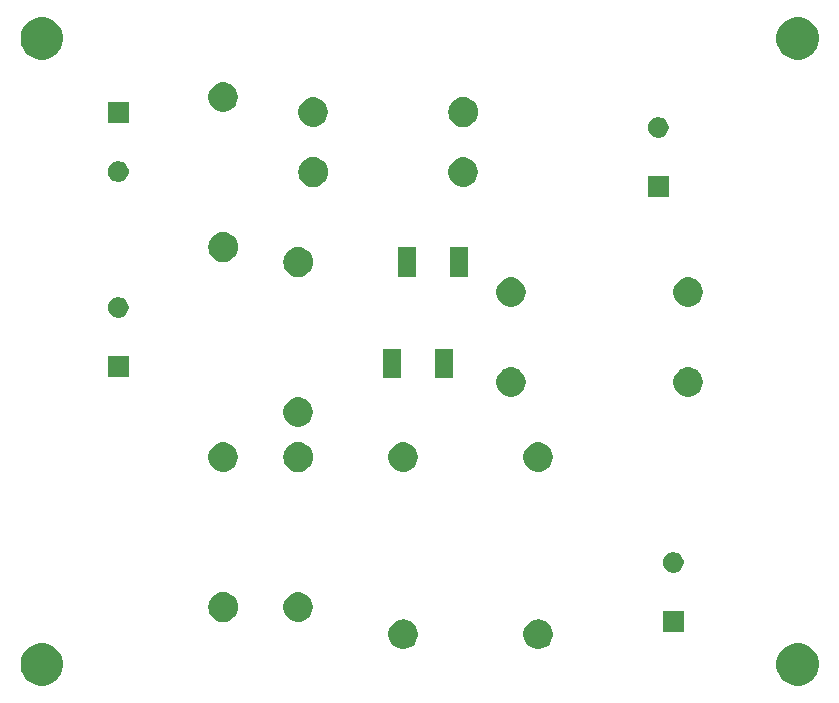
<source format=gbr>
G04 #@! TF.GenerationSoftware,KiCad,Pcbnew,(5.0.1)-4*
G04 #@! TF.CreationDate,2019-03-02T17:06:11-06:00*
G04 #@! TF.ProjectId,monitoring,6D6F6E69746F72696E672E6B69636164,rev?*
G04 #@! TF.SameCoordinates,Original*
G04 #@! TF.FileFunction,Soldermask,Top*
G04 #@! TF.FilePolarity,Negative*
%FSLAX46Y46*%
G04 Gerber Fmt 4.6, Leading zero omitted, Abs format (unit mm)*
G04 Created by KiCad (PCBNEW (5.0.1)-4) date 2019-03-02 5:06:11 PM*
%MOMM*%
%LPD*%
G01*
G04 APERTURE LIST*
%ADD10C,0.100000*%
G04 APERTURE END LIST*
D10*
G36*
X182525331Y-107268211D02*
X182853092Y-107403974D01*
X183148073Y-107601074D01*
X183398926Y-107851927D01*
X183596026Y-108146908D01*
X183731789Y-108474669D01*
X183801000Y-108822616D01*
X183801000Y-109177384D01*
X183731789Y-109525331D01*
X183596026Y-109853092D01*
X183398926Y-110148073D01*
X183148073Y-110398926D01*
X182853092Y-110596026D01*
X182525331Y-110731789D01*
X182177384Y-110801000D01*
X181822616Y-110801000D01*
X181474669Y-110731789D01*
X181146908Y-110596026D01*
X180851927Y-110398926D01*
X180601074Y-110148073D01*
X180403974Y-109853092D01*
X180268211Y-109525331D01*
X180199000Y-109177384D01*
X180199000Y-108822616D01*
X180268211Y-108474669D01*
X180403974Y-108146908D01*
X180601074Y-107851927D01*
X180851927Y-107601074D01*
X181146908Y-107403974D01*
X181474669Y-107268211D01*
X181822616Y-107199000D01*
X182177384Y-107199000D01*
X182525331Y-107268211D01*
X182525331Y-107268211D01*
G37*
G36*
X118525331Y-107268211D02*
X118853092Y-107403974D01*
X119148073Y-107601074D01*
X119398926Y-107851927D01*
X119596026Y-108146908D01*
X119731789Y-108474669D01*
X119801000Y-108822616D01*
X119801000Y-109177384D01*
X119731789Y-109525331D01*
X119596026Y-109853092D01*
X119398926Y-110148073D01*
X119148073Y-110398926D01*
X118853092Y-110596026D01*
X118525331Y-110731789D01*
X118177384Y-110801000D01*
X117822616Y-110801000D01*
X117474669Y-110731789D01*
X117146908Y-110596026D01*
X116851927Y-110398926D01*
X116601074Y-110148073D01*
X116403974Y-109853092D01*
X116268211Y-109525331D01*
X116199000Y-109177384D01*
X116199000Y-108822616D01*
X116268211Y-108474669D01*
X116403974Y-108146908D01*
X116601074Y-107851927D01*
X116851927Y-107601074D01*
X117146908Y-107403974D01*
X117474669Y-107268211D01*
X117822616Y-107199000D01*
X118177384Y-107199000D01*
X118525331Y-107268211D01*
X118525331Y-107268211D01*
G37*
G36*
X160203635Y-105201019D02*
X160384903Y-105237075D01*
X160612571Y-105331378D01*
X160816542Y-105467668D01*
X160817469Y-105468287D01*
X160991713Y-105642531D01*
X160991715Y-105642534D01*
X161128622Y-105847429D01*
X161222925Y-106075097D01*
X161271000Y-106316787D01*
X161271000Y-106563213D01*
X161222925Y-106804903D01*
X161128622Y-107032571D01*
X161017417Y-107199000D01*
X160991713Y-107237469D01*
X160817469Y-107411713D01*
X160817466Y-107411715D01*
X160612571Y-107548622D01*
X160384903Y-107642925D01*
X160203636Y-107678981D01*
X160143214Y-107691000D01*
X159896786Y-107691000D01*
X159836364Y-107678981D01*
X159655097Y-107642925D01*
X159427429Y-107548622D01*
X159222534Y-107411715D01*
X159222531Y-107411713D01*
X159048287Y-107237469D01*
X159022583Y-107199000D01*
X158911378Y-107032571D01*
X158817075Y-106804903D01*
X158769000Y-106563213D01*
X158769000Y-106316787D01*
X158817075Y-106075097D01*
X158911378Y-105847429D01*
X159048285Y-105642534D01*
X159048287Y-105642531D01*
X159222531Y-105468287D01*
X159223458Y-105467668D01*
X159427429Y-105331378D01*
X159655097Y-105237075D01*
X159836365Y-105201019D01*
X159896786Y-105189000D01*
X160143214Y-105189000D01*
X160203635Y-105201019D01*
X160203635Y-105201019D01*
G37*
G36*
X148773635Y-105201019D02*
X148954903Y-105237075D01*
X149182571Y-105331378D01*
X149386542Y-105467668D01*
X149387469Y-105468287D01*
X149561713Y-105642531D01*
X149561715Y-105642534D01*
X149698622Y-105847429D01*
X149792925Y-106075097D01*
X149841000Y-106316787D01*
X149841000Y-106563213D01*
X149792925Y-106804903D01*
X149698622Y-107032571D01*
X149587417Y-107199000D01*
X149561713Y-107237469D01*
X149387469Y-107411713D01*
X149387466Y-107411715D01*
X149182571Y-107548622D01*
X148954903Y-107642925D01*
X148773636Y-107678981D01*
X148713214Y-107691000D01*
X148466786Y-107691000D01*
X148406364Y-107678981D01*
X148225097Y-107642925D01*
X147997429Y-107548622D01*
X147792534Y-107411715D01*
X147792531Y-107411713D01*
X147618287Y-107237469D01*
X147592583Y-107199000D01*
X147481378Y-107032571D01*
X147387075Y-106804903D01*
X147339000Y-106563213D01*
X147339000Y-106316787D01*
X147387075Y-106075097D01*
X147481378Y-105847429D01*
X147618285Y-105642534D01*
X147618287Y-105642531D01*
X147792531Y-105468287D01*
X147793458Y-105467668D01*
X147997429Y-105331378D01*
X148225097Y-105237075D01*
X148406365Y-105201019D01*
X148466786Y-105189000D01*
X148713214Y-105189000D01*
X148773635Y-105201019D01*
X148773635Y-105201019D01*
G37*
G36*
X172326000Y-106246000D02*
X170574000Y-106246000D01*
X170574000Y-104494000D01*
X172326000Y-104494000D01*
X172326000Y-106246000D01*
X172326000Y-106246000D01*
G37*
G36*
X139883636Y-102901019D02*
X140064903Y-102937075D01*
X140292571Y-103031378D01*
X140387488Y-103094800D01*
X140497469Y-103168287D01*
X140671713Y-103342531D01*
X140671715Y-103342534D01*
X140808622Y-103547429D01*
X140902925Y-103775097D01*
X140951000Y-104016787D01*
X140951000Y-104263213D01*
X140902925Y-104504903D01*
X140808622Y-104732571D01*
X140737921Y-104838382D01*
X140671713Y-104937469D01*
X140497469Y-105111713D01*
X140497466Y-105111715D01*
X140292571Y-105248622D01*
X140064903Y-105342925D01*
X139914213Y-105372899D01*
X139823214Y-105391000D01*
X139576786Y-105391000D01*
X139485787Y-105372899D01*
X139335097Y-105342925D01*
X139107429Y-105248622D01*
X138902534Y-105111715D01*
X138902531Y-105111713D01*
X138728287Y-104937469D01*
X138662079Y-104838382D01*
X138591378Y-104732571D01*
X138497075Y-104504903D01*
X138449000Y-104263213D01*
X138449000Y-104016787D01*
X138497075Y-103775097D01*
X138591378Y-103547429D01*
X138728285Y-103342534D01*
X138728287Y-103342531D01*
X138902531Y-103168287D01*
X139012512Y-103094800D01*
X139107429Y-103031378D01*
X139335097Y-102937075D01*
X139516364Y-102901019D01*
X139576786Y-102889000D01*
X139823214Y-102889000D01*
X139883636Y-102901019D01*
X139883636Y-102901019D01*
G37*
G36*
X133595239Y-102907101D02*
X133831053Y-102978634D01*
X134048381Y-103094799D01*
X134238871Y-103251129D01*
X134395201Y-103441619D01*
X134511366Y-103658947D01*
X134582899Y-103894761D01*
X134607053Y-104140000D01*
X134582899Y-104385239D01*
X134511366Y-104621053D01*
X134395201Y-104838381D01*
X134238871Y-105028871D01*
X134048381Y-105185201D01*
X133831053Y-105301366D01*
X133595239Y-105372899D01*
X133411457Y-105391000D01*
X133288543Y-105391000D01*
X133104761Y-105372899D01*
X132868947Y-105301366D01*
X132651619Y-105185201D01*
X132461129Y-105028871D01*
X132304799Y-104838381D01*
X132188634Y-104621053D01*
X132117101Y-104385239D01*
X132092947Y-104140000D01*
X132117101Y-103894761D01*
X132188634Y-103658947D01*
X132304799Y-103441619D01*
X132461129Y-103251129D01*
X132651619Y-103094799D01*
X132868947Y-102978634D01*
X133104761Y-102907101D01*
X133288543Y-102889000D01*
X133411457Y-102889000D01*
X133595239Y-102907101D01*
X133595239Y-102907101D01*
G37*
G36*
X171578589Y-99502416D02*
X171705520Y-99527664D01*
X171864942Y-99593699D01*
X172008418Y-99689566D01*
X172130434Y-99811582D01*
X172226301Y-99955058D01*
X172292336Y-100114480D01*
X172326000Y-100283721D01*
X172326000Y-100456279D01*
X172292336Y-100625520D01*
X172226301Y-100784942D01*
X172130434Y-100928418D01*
X172008418Y-101050434D01*
X171864942Y-101146301D01*
X171705520Y-101212336D01*
X171578589Y-101237584D01*
X171536280Y-101246000D01*
X171363720Y-101246000D01*
X171321411Y-101237584D01*
X171194480Y-101212336D01*
X171035058Y-101146301D01*
X170891582Y-101050434D01*
X170769566Y-100928418D01*
X170673699Y-100784942D01*
X170607664Y-100625520D01*
X170574000Y-100456279D01*
X170574000Y-100283721D01*
X170607664Y-100114480D01*
X170673699Y-99955058D01*
X170769566Y-99811582D01*
X170891582Y-99689566D01*
X171035058Y-99593699D01*
X171194480Y-99527664D01*
X171321411Y-99502416D01*
X171363720Y-99494000D01*
X171536280Y-99494000D01*
X171578589Y-99502416D01*
X171578589Y-99502416D01*
G37*
G36*
X160203636Y-90201019D02*
X160384903Y-90237075D01*
X160612571Y-90331378D01*
X160707488Y-90394800D01*
X160817469Y-90468287D01*
X160991713Y-90642531D01*
X160991715Y-90642534D01*
X161128622Y-90847429D01*
X161222925Y-91075097D01*
X161271000Y-91316787D01*
X161271000Y-91563213D01*
X161222925Y-91804903D01*
X161128622Y-92032571D01*
X161057921Y-92138382D01*
X160991713Y-92237469D01*
X160817469Y-92411713D01*
X160817466Y-92411715D01*
X160612571Y-92548622D01*
X160384903Y-92642925D01*
X160234213Y-92672899D01*
X160143214Y-92691000D01*
X159896786Y-92691000D01*
X159805787Y-92672899D01*
X159655097Y-92642925D01*
X159427429Y-92548622D01*
X159222534Y-92411715D01*
X159222531Y-92411713D01*
X159048287Y-92237469D01*
X158982079Y-92138382D01*
X158911378Y-92032571D01*
X158817075Y-91804903D01*
X158769000Y-91563213D01*
X158769000Y-91316787D01*
X158817075Y-91075097D01*
X158911378Y-90847429D01*
X159048285Y-90642534D01*
X159048287Y-90642531D01*
X159222531Y-90468287D01*
X159332512Y-90394800D01*
X159427429Y-90331378D01*
X159655097Y-90237075D01*
X159836364Y-90201019D01*
X159896786Y-90189000D01*
X160143214Y-90189000D01*
X160203636Y-90201019D01*
X160203636Y-90201019D01*
G37*
G36*
X148773636Y-90201019D02*
X148954903Y-90237075D01*
X149182571Y-90331378D01*
X149277488Y-90394800D01*
X149387469Y-90468287D01*
X149561713Y-90642531D01*
X149561715Y-90642534D01*
X149698622Y-90847429D01*
X149792925Y-91075097D01*
X149841000Y-91316787D01*
X149841000Y-91563213D01*
X149792925Y-91804903D01*
X149698622Y-92032571D01*
X149627921Y-92138382D01*
X149561713Y-92237469D01*
X149387469Y-92411713D01*
X149387466Y-92411715D01*
X149182571Y-92548622D01*
X148954903Y-92642925D01*
X148804213Y-92672899D01*
X148713214Y-92691000D01*
X148466786Y-92691000D01*
X148375787Y-92672899D01*
X148225097Y-92642925D01*
X147997429Y-92548622D01*
X147792534Y-92411715D01*
X147792531Y-92411713D01*
X147618287Y-92237469D01*
X147552079Y-92138382D01*
X147481378Y-92032571D01*
X147387075Y-91804903D01*
X147339000Y-91563213D01*
X147339000Y-91316787D01*
X147387075Y-91075097D01*
X147481378Y-90847429D01*
X147618285Y-90642534D01*
X147618287Y-90642531D01*
X147792531Y-90468287D01*
X147902512Y-90394800D01*
X147997429Y-90331378D01*
X148225097Y-90237075D01*
X148406364Y-90201019D01*
X148466786Y-90189000D01*
X148713214Y-90189000D01*
X148773636Y-90201019D01*
X148773636Y-90201019D01*
G37*
G36*
X139945239Y-90207101D02*
X140181053Y-90278634D01*
X140398381Y-90394799D01*
X140588871Y-90551129D01*
X140745201Y-90741619D01*
X140861366Y-90958947D01*
X140932899Y-91194761D01*
X140957053Y-91440000D01*
X140932899Y-91685239D01*
X140861366Y-91921053D01*
X140745201Y-92138381D01*
X140588871Y-92328871D01*
X140398381Y-92485201D01*
X140181053Y-92601366D01*
X139945239Y-92672899D01*
X139761457Y-92691000D01*
X139638543Y-92691000D01*
X139454761Y-92672899D01*
X139218947Y-92601366D01*
X139001619Y-92485201D01*
X138811129Y-92328871D01*
X138654799Y-92138381D01*
X138538634Y-91921053D01*
X138467101Y-91685239D01*
X138442947Y-91440000D01*
X138467101Y-91194761D01*
X138538634Y-90958947D01*
X138654799Y-90741619D01*
X138811129Y-90551129D01*
X139001619Y-90394799D01*
X139218947Y-90278634D01*
X139454761Y-90207101D01*
X139638543Y-90189000D01*
X139761457Y-90189000D01*
X139945239Y-90207101D01*
X139945239Y-90207101D01*
G37*
G36*
X133533636Y-90201019D02*
X133714903Y-90237075D01*
X133942571Y-90331378D01*
X134037488Y-90394800D01*
X134147469Y-90468287D01*
X134321713Y-90642531D01*
X134321715Y-90642534D01*
X134458622Y-90847429D01*
X134552925Y-91075097D01*
X134601000Y-91316787D01*
X134601000Y-91563213D01*
X134552925Y-91804903D01*
X134458622Y-92032571D01*
X134387921Y-92138382D01*
X134321713Y-92237469D01*
X134147469Y-92411713D01*
X134147466Y-92411715D01*
X133942571Y-92548622D01*
X133714903Y-92642925D01*
X133564213Y-92672899D01*
X133473214Y-92691000D01*
X133226786Y-92691000D01*
X133135787Y-92672899D01*
X132985097Y-92642925D01*
X132757429Y-92548622D01*
X132552534Y-92411715D01*
X132552531Y-92411713D01*
X132378287Y-92237469D01*
X132312079Y-92138382D01*
X132241378Y-92032571D01*
X132147075Y-91804903D01*
X132099000Y-91563213D01*
X132099000Y-91316787D01*
X132147075Y-91075097D01*
X132241378Y-90847429D01*
X132378285Y-90642534D01*
X132378287Y-90642531D01*
X132552531Y-90468287D01*
X132662512Y-90394800D01*
X132757429Y-90331378D01*
X132985097Y-90237075D01*
X133166364Y-90201019D01*
X133226786Y-90189000D01*
X133473214Y-90189000D01*
X133533636Y-90201019D01*
X133533636Y-90201019D01*
G37*
G36*
X139883636Y-86391019D02*
X140064903Y-86427075D01*
X140292571Y-86521378D01*
X140496542Y-86657668D01*
X140497469Y-86658287D01*
X140671713Y-86832531D01*
X140671715Y-86832534D01*
X140808622Y-87037429D01*
X140902925Y-87265097D01*
X140951000Y-87506787D01*
X140951000Y-87753213D01*
X140902925Y-87994903D01*
X140808622Y-88222571D01*
X140672332Y-88426542D01*
X140671713Y-88427469D01*
X140497469Y-88601713D01*
X140497466Y-88601715D01*
X140292571Y-88738622D01*
X140064903Y-88832925D01*
X139883635Y-88868981D01*
X139823214Y-88881000D01*
X139576786Y-88881000D01*
X139516365Y-88868981D01*
X139335097Y-88832925D01*
X139107429Y-88738622D01*
X138902534Y-88601715D01*
X138902531Y-88601713D01*
X138728287Y-88427469D01*
X138727668Y-88426542D01*
X138591378Y-88222571D01*
X138497075Y-87994903D01*
X138449000Y-87753213D01*
X138449000Y-87506787D01*
X138497075Y-87265097D01*
X138591378Y-87037429D01*
X138728285Y-86832534D01*
X138728287Y-86832531D01*
X138902531Y-86658287D01*
X138903458Y-86657668D01*
X139107429Y-86521378D01*
X139335097Y-86427075D01*
X139516364Y-86391019D01*
X139576786Y-86379000D01*
X139823214Y-86379000D01*
X139883636Y-86391019D01*
X139883636Y-86391019D01*
G37*
G36*
X157903636Y-83851019D02*
X158084903Y-83887075D01*
X158312571Y-83981378D01*
X158515393Y-84116900D01*
X158517469Y-84118287D01*
X158691713Y-84292531D01*
X158691715Y-84292534D01*
X158828622Y-84497429D01*
X158922925Y-84725097D01*
X158971000Y-84966787D01*
X158971000Y-85213213D01*
X158922925Y-85454903D01*
X158828622Y-85682571D01*
X158692332Y-85886542D01*
X158691713Y-85887469D01*
X158517469Y-86061713D01*
X158517466Y-86061715D01*
X158312571Y-86198622D01*
X158084903Y-86292925D01*
X157903636Y-86328981D01*
X157843214Y-86341000D01*
X157596786Y-86341000D01*
X157536364Y-86328981D01*
X157355097Y-86292925D01*
X157127429Y-86198622D01*
X156922534Y-86061715D01*
X156922531Y-86061713D01*
X156748287Y-85887469D01*
X156747668Y-85886542D01*
X156611378Y-85682571D01*
X156517075Y-85454903D01*
X156469000Y-85213213D01*
X156469000Y-84966787D01*
X156517075Y-84725097D01*
X156611378Y-84497429D01*
X156748285Y-84292534D01*
X156748287Y-84292531D01*
X156922531Y-84118287D01*
X156924607Y-84116900D01*
X157127429Y-83981378D01*
X157355097Y-83887075D01*
X157536364Y-83851019D01*
X157596786Y-83839000D01*
X157843214Y-83839000D01*
X157903636Y-83851019D01*
X157903636Y-83851019D01*
G37*
G36*
X172903636Y-83851019D02*
X173084903Y-83887075D01*
X173312571Y-83981378D01*
X173515393Y-84116900D01*
X173517469Y-84118287D01*
X173691713Y-84292531D01*
X173691715Y-84292534D01*
X173828622Y-84497429D01*
X173922925Y-84725097D01*
X173971000Y-84966787D01*
X173971000Y-85213213D01*
X173922925Y-85454903D01*
X173828622Y-85682571D01*
X173692332Y-85886542D01*
X173691713Y-85887469D01*
X173517469Y-86061713D01*
X173517466Y-86061715D01*
X173312571Y-86198622D01*
X173084903Y-86292925D01*
X172903636Y-86328981D01*
X172843214Y-86341000D01*
X172596786Y-86341000D01*
X172536364Y-86328981D01*
X172355097Y-86292925D01*
X172127429Y-86198622D01*
X171922534Y-86061715D01*
X171922531Y-86061713D01*
X171748287Y-85887469D01*
X171747668Y-85886542D01*
X171611378Y-85682571D01*
X171517075Y-85454903D01*
X171469000Y-85213213D01*
X171469000Y-84966787D01*
X171517075Y-84725097D01*
X171611378Y-84497429D01*
X171748285Y-84292534D01*
X171748287Y-84292531D01*
X171922531Y-84118287D01*
X171924607Y-84116900D01*
X172127429Y-83981378D01*
X172355097Y-83887075D01*
X172536364Y-83851019D01*
X172596786Y-83839000D01*
X172843214Y-83839000D01*
X172903636Y-83851019D01*
X172903636Y-83851019D01*
G37*
G36*
X148399700Y-84766900D02*
X146900700Y-84766900D01*
X146900700Y-82283100D01*
X148399700Y-82283100D01*
X148399700Y-84766900D01*
X148399700Y-84766900D01*
G37*
G36*
X152819300Y-84766900D02*
X151320300Y-84766900D01*
X151320300Y-82283100D01*
X152819300Y-82283100D01*
X152819300Y-84766900D01*
X152819300Y-84766900D01*
G37*
G36*
X125336000Y-84656000D02*
X123584000Y-84656000D01*
X123584000Y-82904000D01*
X125336000Y-82904000D01*
X125336000Y-84656000D01*
X125336000Y-84656000D01*
G37*
G36*
X124588589Y-77912416D02*
X124715520Y-77937664D01*
X124874942Y-78003699D01*
X125018418Y-78099566D01*
X125140434Y-78221582D01*
X125236301Y-78365058D01*
X125302336Y-78524480D01*
X125313105Y-78578621D01*
X125331864Y-78672925D01*
X125336000Y-78693721D01*
X125336000Y-78866279D01*
X125302336Y-79035520D01*
X125236301Y-79194942D01*
X125140434Y-79338418D01*
X125018418Y-79460434D01*
X124874942Y-79556301D01*
X124715520Y-79622336D01*
X124588589Y-79647584D01*
X124546280Y-79656000D01*
X124373720Y-79656000D01*
X124331411Y-79647584D01*
X124204480Y-79622336D01*
X124045058Y-79556301D01*
X123901582Y-79460434D01*
X123779566Y-79338418D01*
X123683699Y-79194942D01*
X123617664Y-79035520D01*
X123584000Y-78866279D01*
X123584000Y-78693721D01*
X123588137Y-78672925D01*
X123606895Y-78578621D01*
X123617664Y-78524480D01*
X123683699Y-78365058D01*
X123779566Y-78221582D01*
X123901582Y-78099566D01*
X124045058Y-78003699D01*
X124204480Y-77937664D01*
X124331411Y-77912416D01*
X124373720Y-77904000D01*
X124546280Y-77904000D01*
X124588589Y-77912416D01*
X124588589Y-77912416D01*
G37*
G36*
X172903635Y-76231019D02*
X173084903Y-76267075D01*
X173312571Y-76361378D01*
X173516542Y-76497668D01*
X173517469Y-76498287D01*
X173691713Y-76672531D01*
X173691715Y-76672534D01*
X173828622Y-76877429D01*
X173922925Y-77105097D01*
X173971000Y-77346787D01*
X173971000Y-77593213D01*
X173922925Y-77834903D01*
X173828622Y-78062571D01*
X173722375Y-78221580D01*
X173691713Y-78267469D01*
X173517469Y-78441713D01*
X173517466Y-78441715D01*
X173312571Y-78578622D01*
X173084903Y-78672925D01*
X172903636Y-78708981D01*
X172843214Y-78721000D01*
X172596786Y-78721000D01*
X172536365Y-78708981D01*
X172355097Y-78672925D01*
X172127429Y-78578622D01*
X171922534Y-78441715D01*
X171922531Y-78441713D01*
X171748287Y-78267469D01*
X171717625Y-78221580D01*
X171611378Y-78062571D01*
X171517075Y-77834903D01*
X171469000Y-77593213D01*
X171469000Y-77346787D01*
X171517075Y-77105097D01*
X171611378Y-76877429D01*
X171748285Y-76672534D01*
X171748287Y-76672531D01*
X171922531Y-76498287D01*
X171923458Y-76497668D01*
X172127429Y-76361378D01*
X172355097Y-76267075D01*
X172536364Y-76231019D01*
X172596786Y-76219000D01*
X172843214Y-76219000D01*
X172903635Y-76231019D01*
X172903635Y-76231019D01*
G37*
G36*
X157903635Y-76231019D02*
X158084903Y-76267075D01*
X158312571Y-76361378D01*
X158516542Y-76497668D01*
X158517469Y-76498287D01*
X158691713Y-76672531D01*
X158691715Y-76672534D01*
X158828622Y-76877429D01*
X158922925Y-77105097D01*
X158971000Y-77346787D01*
X158971000Y-77593213D01*
X158922925Y-77834903D01*
X158828622Y-78062571D01*
X158722375Y-78221580D01*
X158691713Y-78267469D01*
X158517469Y-78441713D01*
X158517466Y-78441715D01*
X158312571Y-78578622D01*
X158084903Y-78672925D01*
X157903636Y-78708981D01*
X157843214Y-78721000D01*
X157596786Y-78721000D01*
X157536365Y-78708981D01*
X157355097Y-78672925D01*
X157127429Y-78578622D01*
X156922534Y-78441715D01*
X156922531Y-78441713D01*
X156748287Y-78267469D01*
X156717625Y-78221580D01*
X156611378Y-78062571D01*
X156517075Y-77834903D01*
X156469000Y-77593213D01*
X156469000Y-77346787D01*
X156517075Y-77105097D01*
X156611378Y-76877429D01*
X156748285Y-76672534D01*
X156748287Y-76672531D01*
X156922531Y-76498287D01*
X156923458Y-76497668D01*
X157127429Y-76361378D01*
X157355097Y-76267075D01*
X157536364Y-76231019D01*
X157596786Y-76219000D01*
X157843214Y-76219000D01*
X157903635Y-76231019D01*
X157903635Y-76231019D01*
G37*
G36*
X139945239Y-73697101D02*
X140181053Y-73768634D01*
X140398381Y-73884799D01*
X140588871Y-74041129D01*
X140745201Y-74231619D01*
X140861366Y-74448947D01*
X140932899Y-74684761D01*
X140957053Y-74930000D01*
X140932899Y-75175239D01*
X140861366Y-75411053D01*
X140745201Y-75628381D01*
X140588871Y-75818871D01*
X140398381Y-75975201D01*
X140181053Y-76091366D01*
X139945239Y-76162899D01*
X139761457Y-76181000D01*
X139638543Y-76181000D01*
X139454761Y-76162899D01*
X139218947Y-76091366D01*
X139001619Y-75975201D01*
X138811129Y-75818871D01*
X138654799Y-75628381D01*
X138538634Y-75411053D01*
X138467101Y-75175239D01*
X138442947Y-74930000D01*
X138467101Y-74684761D01*
X138538634Y-74448947D01*
X138654799Y-74231619D01*
X138811129Y-74041129D01*
X139001619Y-73884799D01*
X139218947Y-73768634D01*
X139454761Y-73697101D01*
X139638543Y-73679000D01*
X139761457Y-73679000D01*
X139945239Y-73697101D01*
X139945239Y-73697101D01*
G37*
G36*
X154089300Y-76171900D02*
X152590300Y-76171900D01*
X152590300Y-73688100D01*
X154089300Y-73688100D01*
X154089300Y-76171900D01*
X154089300Y-76171900D01*
G37*
G36*
X149669700Y-76171900D02*
X148170700Y-76171900D01*
X148170700Y-73688100D01*
X149669700Y-73688100D01*
X149669700Y-76171900D01*
X149669700Y-76171900D01*
G37*
G36*
X133595239Y-72427101D02*
X133831053Y-72498634D01*
X134048381Y-72614799D01*
X134238871Y-72771129D01*
X134395201Y-72961619D01*
X134511366Y-73178947D01*
X134582899Y-73414761D01*
X134607053Y-73660000D01*
X134582899Y-73905239D01*
X134511366Y-74141053D01*
X134395201Y-74358381D01*
X134238871Y-74548871D01*
X134048381Y-74705201D01*
X133831053Y-74821366D01*
X133595239Y-74892899D01*
X133411457Y-74911000D01*
X133288543Y-74911000D01*
X133104761Y-74892899D01*
X132868947Y-74821366D01*
X132651619Y-74705201D01*
X132461129Y-74548871D01*
X132304799Y-74358381D01*
X132188634Y-74141053D01*
X132117101Y-73905239D01*
X132092947Y-73660000D01*
X132117101Y-73414761D01*
X132188634Y-73178947D01*
X132304799Y-72961619D01*
X132461129Y-72771129D01*
X132651619Y-72614799D01*
X132868947Y-72498634D01*
X133104761Y-72427101D01*
X133288543Y-72409000D01*
X133411457Y-72409000D01*
X133595239Y-72427101D01*
X133595239Y-72427101D01*
G37*
G36*
X171056000Y-69416000D02*
X169304000Y-69416000D01*
X169304000Y-67664000D01*
X171056000Y-67664000D01*
X171056000Y-69416000D01*
X171056000Y-69416000D01*
G37*
G36*
X141215239Y-66077101D02*
X141451053Y-66148634D01*
X141668381Y-66264799D01*
X141858871Y-66421129D01*
X142015201Y-66611619D01*
X142131366Y-66828947D01*
X142202899Y-67064761D01*
X142227053Y-67310000D01*
X142202899Y-67555239D01*
X142131366Y-67791053D01*
X142015201Y-68008381D01*
X141858871Y-68198871D01*
X141668381Y-68355201D01*
X141451053Y-68471366D01*
X141215239Y-68542899D01*
X141031457Y-68561000D01*
X140908543Y-68561000D01*
X140724761Y-68542899D01*
X140488947Y-68471366D01*
X140271619Y-68355201D01*
X140081129Y-68198871D01*
X139924799Y-68008381D01*
X139808634Y-67791053D01*
X139737101Y-67555239D01*
X139712947Y-67310000D01*
X139737101Y-67064761D01*
X139808634Y-66828947D01*
X139924799Y-66611619D01*
X140081129Y-66421129D01*
X140271619Y-66264799D01*
X140488947Y-66148634D01*
X140724761Y-66077101D01*
X140908543Y-66059000D01*
X141031457Y-66059000D01*
X141215239Y-66077101D01*
X141215239Y-66077101D01*
G37*
G36*
X153853636Y-66071019D02*
X154034903Y-66107075D01*
X154262571Y-66201378D01*
X154357488Y-66264800D01*
X154467469Y-66338287D01*
X154641713Y-66512531D01*
X154641715Y-66512534D01*
X154778622Y-66717429D01*
X154872925Y-66945097D01*
X154921000Y-67186787D01*
X154921000Y-67433213D01*
X154872925Y-67674903D01*
X154778622Y-67902571D01*
X154707921Y-68008382D01*
X154641713Y-68107469D01*
X154467469Y-68281713D01*
X154467466Y-68281715D01*
X154262571Y-68418622D01*
X154034903Y-68512925D01*
X153884213Y-68542899D01*
X153793214Y-68561000D01*
X153546786Y-68561000D01*
X153455787Y-68542899D01*
X153305097Y-68512925D01*
X153077429Y-68418622D01*
X152872534Y-68281715D01*
X152872531Y-68281713D01*
X152698287Y-68107469D01*
X152632079Y-68008382D01*
X152561378Y-67902571D01*
X152467075Y-67674903D01*
X152419000Y-67433213D01*
X152419000Y-67186787D01*
X152467075Y-66945097D01*
X152561378Y-66717429D01*
X152698285Y-66512534D01*
X152698287Y-66512531D01*
X152872531Y-66338287D01*
X152982512Y-66264800D01*
X153077429Y-66201378D01*
X153305097Y-66107075D01*
X153486364Y-66071019D01*
X153546786Y-66059000D01*
X153793214Y-66059000D01*
X153853636Y-66071019D01*
X153853636Y-66071019D01*
G37*
G36*
X124588589Y-66402416D02*
X124715520Y-66427664D01*
X124874942Y-66493699D01*
X125018418Y-66589566D01*
X125140434Y-66711582D01*
X125236301Y-66855058D01*
X125302336Y-67014480D01*
X125336000Y-67183721D01*
X125336000Y-67356279D01*
X125302336Y-67525520D01*
X125236301Y-67684942D01*
X125140434Y-67828418D01*
X125018418Y-67950434D01*
X124874942Y-68046301D01*
X124715520Y-68112336D01*
X124588589Y-68137584D01*
X124546280Y-68146000D01*
X124373720Y-68146000D01*
X124331411Y-68137584D01*
X124204480Y-68112336D01*
X124045058Y-68046301D01*
X123901582Y-67950434D01*
X123779566Y-67828418D01*
X123683699Y-67684942D01*
X123617664Y-67525520D01*
X123584000Y-67356279D01*
X123584000Y-67183721D01*
X123617664Y-67014480D01*
X123683699Y-66855058D01*
X123779566Y-66711582D01*
X123901582Y-66589566D01*
X124045058Y-66493699D01*
X124204480Y-66427664D01*
X124331411Y-66402416D01*
X124373720Y-66394000D01*
X124546280Y-66394000D01*
X124588589Y-66402416D01*
X124588589Y-66402416D01*
G37*
G36*
X170308589Y-62672416D02*
X170435520Y-62697664D01*
X170594942Y-62763699D01*
X170738418Y-62859566D01*
X170860434Y-62981582D01*
X170956301Y-63125058D01*
X171022336Y-63284480D01*
X171033105Y-63338621D01*
X171051864Y-63432925D01*
X171056000Y-63453721D01*
X171056000Y-63626279D01*
X171022336Y-63795520D01*
X170956301Y-63954942D01*
X170860434Y-64098418D01*
X170738418Y-64220434D01*
X170594942Y-64316301D01*
X170435520Y-64382336D01*
X170308589Y-64407584D01*
X170266280Y-64416000D01*
X170093720Y-64416000D01*
X170051411Y-64407584D01*
X169924480Y-64382336D01*
X169765058Y-64316301D01*
X169621582Y-64220434D01*
X169499566Y-64098418D01*
X169403699Y-63954942D01*
X169337664Y-63795520D01*
X169304000Y-63626279D01*
X169304000Y-63453721D01*
X169308137Y-63432925D01*
X169326895Y-63338621D01*
X169337664Y-63284480D01*
X169403699Y-63125058D01*
X169499566Y-62981582D01*
X169621582Y-62859566D01*
X169765058Y-62763699D01*
X169924480Y-62697664D01*
X170051411Y-62672416D01*
X170093720Y-62664000D01*
X170266280Y-62664000D01*
X170308589Y-62672416D01*
X170308589Y-62672416D01*
G37*
G36*
X153915239Y-60997101D02*
X154151053Y-61068634D01*
X154368381Y-61184799D01*
X154558871Y-61341129D01*
X154715201Y-61531619D01*
X154831366Y-61748947D01*
X154902899Y-61984761D01*
X154927053Y-62230000D01*
X154902899Y-62475239D01*
X154831366Y-62711053D01*
X154715201Y-62928381D01*
X154558871Y-63118871D01*
X154368381Y-63275201D01*
X154151053Y-63391366D01*
X153915239Y-63462899D01*
X153731457Y-63481000D01*
X153608543Y-63481000D01*
X153424761Y-63462899D01*
X153188947Y-63391366D01*
X152971619Y-63275201D01*
X152781129Y-63118871D01*
X152624799Y-62928381D01*
X152508634Y-62711053D01*
X152437101Y-62475239D01*
X152412947Y-62230000D01*
X152437101Y-61984761D01*
X152508634Y-61748947D01*
X152624799Y-61531619D01*
X152781129Y-61341129D01*
X152971619Y-61184799D01*
X153188947Y-61068634D01*
X153424761Y-60997101D01*
X153608543Y-60979000D01*
X153731457Y-60979000D01*
X153915239Y-60997101D01*
X153915239Y-60997101D01*
G37*
G36*
X141153635Y-60991019D02*
X141334903Y-61027075D01*
X141562571Y-61121378D01*
X141657488Y-61184800D01*
X141767469Y-61258287D01*
X141941713Y-61432531D01*
X141941715Y-61432534D01*
X142078622Y-61637429D01*
X142172925Y-61865097D01*
X142221000Y-62106787D01*
X142221000Y-62353213D01*
X142172925Y-62594903D01*
X142078622Y-62822571D01*
X142007921Y-62928382D01*
X141941713Y-63027469D01*
X141767469Y-63201713D01*
X141767466Y-63201715D01*
X141562571Y-63338622D01*
X141334903Y-63432925D01*
X141184213Y-63462899D01*
X141093214Y-63481000D01*
X140846786Y-63481000D01*
X140755787Y-63462899D01*
X140605097Y-63432925D01*
X140377429Y-63338622D01*
X140172534Y-63201715D01*
X140172531Y-63201713D01*
X139998287Y-63027469D01*
X139932079Y-62928382D01*
X139861378Y-62822571D01*
X139767075Y-62594903D01*
X139719000Y-62353213D01*
X139719000Y-62106787D01*
X139767075Y-61865097D01*
X139861378Y-61637429D01*
X139998285Y-61432534D01*
X139998287Y-61432531D01*
X140172531Y-61258287D01*
X140282512Y-61184800D01*
X140377429Y-61121378D01*
X140605097Y-61027075D01*
X140786365Y-60991019D01*
X140846786Y-60979000D01*
X141093214Y-60979000D01*
X141153635Y-60991019D01*
X141153635Y-60991019D01*
G37*
G36*
X125336000Y-63146000D02*
X123584000Y-63146000D01*
X123584000Y-61394000D01*
X125336000Y-61394000D01*
X125336000Y-63146000D01*
X125336000Y-63146000D01*
G37*
G36*
X133533636Y-59721019D02*
X133714903Y-59757075D01*
X133942571Y-59851378D01*
X134146542Y-59987668D01*
X134147469Y-59988287D01*
X134321713Y-60162531D01*
X134321715Y-60162534D01*
X134458622Y-60367429D01*
X134552925Y-60595097D01*
X134601000Y-60836787D01*
X134601000Y-61083213D01*
X134552925Y-61324903D01*
X134458622Y-61552571D01*
X134401921Y-61637429D01*
X134321713Y-61757469D01*
X134147469Y-61931713D01*
X134147466Y-61931715D01*
X133942571Y-62068622D01*
X133714903Y-62162925D01*
X133533636Y-62198981D01*
X133473214Y-62211000D01*
X133226786Y-62211000D01*
X133166364Y-62198981D01*
X132985097Y-62162925D01*
X132757429Y-62068622D01*
X132552534Y-61931715D01*
X132552531Y-61931713D01*
X132378287Y-61757469D01*
X132298079Y-61637429D01*
X132241378Y-61552571D01*
X132147075Y-61324903D01*
X132099000Y-61083213D01*
X132099000Y-60836787D01*
X132147075Y-60595097D01*
X132241378Y-60367429D01*
X132378285Y-60162534D01*
X132378287Y-60162531D01*
X132552531Y-59988287D01*
X132553458Y-59987668D01*
X132757429Y-59851378D01*
X132985097Y-59757075D01*
X133166364Y-59721019D01*
X133226786Y-59709000D01*
X133473214Y-59709000D01*
X133533636Y-59721019D01*
X133533636Y-59721019D01*
G37*
G36*
X182525331Y-54268211D02*
X182853092Y-54403974D01*
X183148073Y-54601074D01*
X183398926Y-54851927D01*
X183596026Y-55146908D01*
X183731789Y-55474669D01*
X183801000Y-55822616D01*
X183801000Y-56177384D01*
X183731789Y-56525331D01*
X183596026Y-56853092D01*
X183398926Y-57148073D01*
X183148073Y-57398926D01*
X182853092Y-57596026D01*
X182525331Y-57731789D01*
X182177384Y-57801000D01*
X181822616Y-57801000D01*
X181474669Y-57731789D01*
X181146908Y-57596026D01*
X180851927Y-57398926D01*
X180601074Y-57148073D01*
X180403974Y-56853092D01*
X180268211Y-56525331D01*
X180199000Y-56177384D01*
X180199000Y-55822616D01*
X180268211Y-55474669D01*
X180403974Y-55146908D01*
X180601074Y-54851927D01*
X180851927Y-54601074D01*
X181146908Y-54403974D01*
X181474669Y-54268211D01*
X181822616Y-54199000D01*
X182177384Y-54199000D01*
X182525331Y-54268211D01*
X182525331Y-54268211D01*
G37*
G36*
X118525331Y-54268211D02*
X118853092Y-54403974D01*
X119148073Y-54601074D01*
X119398926Y-54851927D01*
X119596026Y-55146908D01*
X119731789Y-55474669D01*
X119801000Y-55822616D01*
X119801000Y-56177384D01*
X119731789Y-56525331D01*
X119596026Y-56853092D01*
X119398926Y-57148073D01*
X119148073Y-57398926D01*
X118853092Y-57596026D01*
X118525331Y-57731789D01*
X118177384Y-57801000D01*
X117822616Y-57801000D01*
X117474669Y-57731789D01*
X117146908Y-57596026D01*
X116851927Y-57398926D01*
X116601074Y-57148073D01*
X116403974Y-56853092D01*
X116268211Y-56525331D01*
X116199000Y-56177384D01*
X116199000Y-55822616D01*
X116268211Y-55474669D01*
X116403974Y-55146908D01*
X116601074Y-54851927D01*
X116851927Y-54601074D01*
X117146908Y-54403974D01*
X117474669Y-54268211D01*
X117822616Y-54199000D01*
X118177384Y-54199000D01*
X118525331Y-54268211D01*
X118525331Y-54268211D01*
G37*
M02*

</source>
